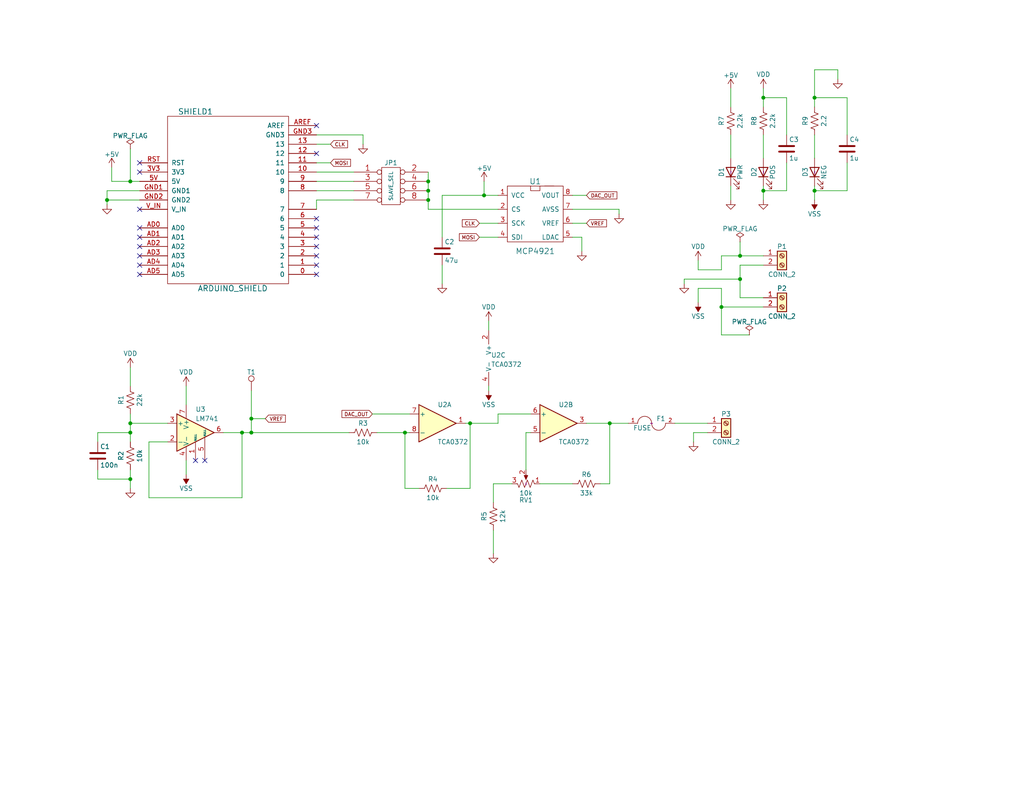
<source format=kicad_sch>
(kicad_sch (version 20211123) (generator eeschema)
  (paper "USLetter")
  (title_block (title "Power DAC Shield") (date "23 jul 2014") (company "Visgence Inc."))
  (lib_symbols
    (symbol "Amplifier_Operational:L272M" (pin_names (offset 0.127))
      (property "Reference" "U" (at 0 5.08 0))
      (property "Value" "L272M" (at 0 -5.08 0))
      (symbol "L272M_1_1"
        (polyline (pts (xy -5.08 5.08) (xy 5.08 0) (xy -5.08 -5.08) (xy -5.08 5.08)) (stroke (width 0.254)) (fill (type background)))
        (pin output line (at 7.62 0 180) (length 2.54) (name "~") (number "1"))
        (pin input line (at -7.62 2.54 0) (length 2.54) (name "+") (number "7"))
        (pin input line (at -7.62 -2.54 0) (length 2.54) (name "-") (number "8"))
      )
      (symbol "L272M_2_1"
        (polyline (pts (xy -5.08 5.08) (xy 5.08 0) (xy -5.08 -5.08) (xy -5.08 5.08)) (stroke (width 0.254)) (fill (type background)))
        (pin output line (at 7.62 0 180) (length 2.54) (name "~") (number "3"))
        (pin input line (at -7.62 -2.54 0) (length 2.54) (name "-") (number "5"))
        (pin input line (at -7.62 2.54 0) (length 2.54) (name "+") (number "6"))
      )
      (symbol "L272M_3_1"
        (pin power_in line (at -2.54 7.62 270) (length 3.81) (name "V+") (number "2"))
        (pin power_in line (at -2.54 -7.62 90) (length 3.81) (name "V-") (number "4"))
      )
    )
    (symbol "Amplifier_Operational:LM741" (pin_names (offset 0.127))
      (property "Reference" "U" (at 0 6.35 0))
      (property "Value" "LM741" (at 0 3.81 0))
      (symbol "LM741_0_1"
        (polyline (pts (xy -5.08 5.08) (xy 5.08 0) (xy -5.08 -5.08) (xy -5.08 5.08)) (stroke (width 0.254)) (fill (type background)))
      )
      (symbol "LM741_1_1"
        (pin input line (at 0 -7.62 90) (length 5.08) (name "NULL") (number "1"))
        (pin input line (at -7.62 -2.54 0) (length 2.54) (name "-") (number "2"))
        (pin input line (at -7.62 2.54 0) (length 2.54) (name "+") (number "3"))
        (pin power_in line (at -2.54 -7.62 90) (length 3.81) (name "V-") (number "4"))
        (pin input line (at 2.54 -7.62 90) (length 6.35) (name "NULL") (number "5"))
        (pin output line (at 7.62 0 180) (length 2.54) (name "~") (number "6"))
        (pin power_in line (at -2.54 7.62 270) (length 3.81) (name "V+") (number "7"))
        (pin no_connect line (at 0 2.54 270) (length 2.54) hide (name "NC") (number "8"))
      )
    )
    (symbol "Connector:Screw_Terminal_01x02" (pin_names (offset 1.016) hide)
      (property "Reference" "J" (at 0 2.54 0))
      (property "Value" "Screw_Terminal_01x02" (at 0 -5.08 0))
      (symbol "Screw_Terminal_01x02_1_1"
        (rectangle (start -1.27 1.27) (end 1.27 -3.81) (stroke (width 0.254)) (fill (type background)))
        (circle (center 0 -2.54) (radius 0.635) (stroke (width 0.1524)))
        (polyline (pts (xy -0.5334 -2.2098) (xy 0.3302 -3.048)) (stroke (width 0.1524)))
        (polyline (pts (xy -0.5334 0.3302) (xy 0.3302 -0.508)) (stroke (width 0.1524)))
        (polyline (pts (xy -0.3556 -2.032) (xy 0.508 -2.8702)) (stroke (width 0.1524)))
        (polyline (pts (xy -0.3556 0.508) (xy 0.508 -0.3302)) (stroke (width 0.1524)))
        (circle (center 0 0) (radius 0.635) (stroke (width 0.1524)))
        (pin passive line (at -5.08 0 0) (length 3.81) (name "Pin_1") (number "1"))
        (pin passive line (at -5.08 -2.54 0) (length 3.81) (name "Pin_2") (number "2"))
      )
    )
    (symbol "Connector:TestPoint" (pin_numbers hide) (pin_names (offset 0.762) hide)
      (property "Reference" "TP" (at 0 6.858 0))
      (property "Value" "TestPoint" (at 0 5.08 0))
      (symbol "TestPoint_0_1"
        (circle (center 0 3.302) (radius 0.762))
      )
      (symbol "TestPoint_1_1"
        (pin passive line (at 0 0 90) (length 2.54) (name "1") (number "1"))
      )
    )
    (symbol "Device:C" (pin_numbers hide) (pin_names (offset 0.254))
      (property "Reference" "C" (at 0.635 2.54 0))
      (property "Value" "C" (at 0.635 -2.54 0))
      (symbol "C_0_1"
        (polyline (pts (xy -2.032 -0.762) (xy 2.032 -0.762)) (stroke (width 0.508)))
        (polyline (pts (xy -2.032 0.762) (xy 2.032 0.762)) (stroke (width 0.508)))
      )
      (symbol "C_1_1"
        (pin passive line (at 0 3.81 270) (length 2.794) (name "~") (number "1"))
        (pin passive line (at 0 -3.81 90) (length 2.794) (name "~") (number "2"))
      )
    )
    (symbol "Device:LED" (pin_numbers hide) (pin_names (offset 1.016) hide)
      (property "Reference" "D" (at 0 2.54 0))
      (property "Value" "LED" (at 0 -2.54 0))
      (symbol "LED_0_1"
        (polyline (pts (xy -1.27 -1.27) (xy -1.27 1.27)) (stroke (width 0.254)))
        (polyline (pts (xy -1.27 0) (xy 1.27 0)))
        (polyline (pts (xy 1.27 -1.27) (xy 1.27 1.27) (xy -1.27 0) (xy 1.27 -1.27)) (stroke (width 0.254)))
        (polyline (pts (xy -3.048 -0.762) (xy -4.572 -2.286) (xy -3.81 -2.286) (xy -4.572 -2.286) (xy -4.572 -1.524)))
        (polyline (pts (xy -1.778 -0.762) (xy -3.302 -2.286) (xy -2.54 -2.286) (xy -3.302 -2.286) (xy -3.302 -1.524)))
      )
      (symbol "LED_1_1"
        (pin passive line (at -3.81 0 0) (length 2.54) (name "K") (number "1"))
        (pin passive line (at 3.81 0 180) (length 2.54) (name "A") (number "2"))
      )
    )
    (symbol "Device:R_Potentiometer_US" (pin_names (offset 1.016) hide)
      (property "Reference" "RV" (at -4.445 0 90))
      (property "Value" "R_Potentiometer_US" (at -2.54 0 90))
      (symbol "R_Potentiometer_US_0_1"
        (polyline (pts (xy 0 -2.286) (xy 0 -2.54)))
        (polyline (pts (xy 0 2.54) (xy 0 2.286)))
        (polyline (pts (xy 2.54 0) (xy 1.524 0)))
        (polyline (pts (xy 1.143 0) (xy 2.286 0.508) (xy 2.286 -0.508) (xy 1.143 0)) (fill (type outline)))
        (polyline (pts (xy 0 -0.762) (xy 1.016 -1.143) (xy 0 -1.524) (xy -1.016 -1.905) (xy 0 -2.286)))
        (polyline (pts (xy 0 0.762) (xy 1.016 0.381) (xy 0 0) (xy -1.016 -0.381) (xy 0 -0.762)))
        (polyline (pts (xy 0 2.286) (xy 1.016 1.905) (xy 0 1.524) (xy -1.016 1.143) (xy 0 0.762)))
      )
      (symbol "R_Potentiometer_US_1_1"
        (pin passive line (at 0 3.81 270) (length 1.27) (name "1") (number "1"))
        (pin passive line (at 3.81 0 180) (length 1.27) (name "2") (number "2"))
        (pin passive line (at 0 -3.81 90) (length 1.27) (name "3") (number "3"))
      )
    )
    (symbol "Device:R_US" (pin_numbers hide) (pin_names (offset 0))
      (property "Reference" "R" (at 2.54 0 90))
      (property "Value" "R_US" (at -2.54 0 90))
      (symbol "R_US_0_1"
        (polyline (pts (xy 0 -2.286) (xy 0 -2.54)))
        (polyline (pts (xy 0 2.286) (xy 0 2.54)))
        (polyline (pts (xy 0 -0.762) (xy 1.016 -1.143) (xy 0 -1.524) (xy -1.016 -1.905) (xy 0 -2.286)))
        (polyline (pts (xy 0 0.762) (xy 1.016 0.381) (xy 0 0) (xy -1.016 -0.381) (xy 0 -0.762)))
        (polyline (pts (xy 0 2.286) (xy 1.016 1.905) (xy 0 1.524) (xy -1.016 1.143) (xy 0 0.762)))
      )
      (symbol "R_US_1_1"
        (pin passive line (at 0 3.81 270) (length 1.27) (name "~") (number "1"))
        (pin passive line (at 0 -3.81 90) (length 1.27) (name "~") (number "2"))
      )
    )
    (symbol "custom-symbols:ARDUINO_SHIELD" (pin_names (offset 1.016))
      (property "Reference" "SHIELD" (at -8.89 24.13 0))
      (property "Value" "ARDUINO_SHIELD" (at 1.27 -24.13 0))
      (symbol "ARDUINO_SHIELD_0_1"
        (rectangle (start -16.51 -22.86) (end 16.51 22.86))
      )
      (symbol "ARDUINO_SHIELD_1_1"
        (pin bidirectional line (at 24.13 -20.32 180) (length 7.62) (name "0") (number "0"))
        (pin bidirectional line (at 24.13 -17.78 180) (length 7.62) (name "1") (number "1"))
        (pin bidirectional line (at 24.13 7.62 180) (length 7.62) (name "10") (number "10"))
        (pin bidirectional line (at 24.13 10.16 180) (length 7.62) (name "11") (number "11"))
        (pin bidirectional line (at 24.13 12.7 180) (length 7.62) (name "12") (number "12"))
        (pin bidirectional line (at 24.13 15.24 180) (length 7.62) (name "13") (number "13"))
        (pin bidirectional line (at 24.13 -15.24 180) (length 7.62) (name "2") (number "2"))
        (pin bidirectional line (at 24.13 -12.7 180) (length 7.62) (name "3") (number "3"))
        (pin power_in line (at -24.13 7.62 0) (length 7.62) (name "3V3") (number "3V3"))
        (pin bidirectional line (at 24.13 -10.16 180) (length 7.62) (name "4") (number "4"))
        (pin bidirectional line (at 24.13 -7.62 180) (length 7.62) (name "5") (number "5"))
        (pin power_in line (at -24.13 5.08 0) (length 7.62) (name "5V") (number "5V"))
        (pin bidirectional line (at 24.13 -5.08 180) (length 7.62) (name "6") (number "6"))
        (pin bidirectional line (at 24.13 -2.54 180) (length 7.62) (name "7") (number "7"))
        (pin bidirectional line (at 24.13 2.54 180) (length 7.62) (name "8") (number "8"))
        (pin bidirectional line (at 24.13 5.08 180) (length 7.62) (name "9") (number "9"))
        (pin bidirectional line (at -24.13 -7.62 0) (length 7.62) (name "AD0") (number "AD0"))
        (pin bidirectional line (at -24.13 -10.16 0) (length 7.62) (name "AD1") (number "AD1"))
        (pin bidirectional line (at -24.13 -12.7 0) (length 7.62) (name "AD2") (number "AD2"))
        (pin bidirectional line (at -24.13 -15.24 0) (length 7.62) (name "AD3") (number "AD3"))
        (pin bidirectional line (at -24.13 -17.78 0) (length 7.62) (name "AD4") (number "AD4"))
        (pin bidirectional line (at -24.13 -20.32 0) (length 7.62) (name "AD5") (number "AD5"))
        (pin power_in line (at 24.13 20.32 180) (length 7.62) (name "AREF") (number "AREF"))
        (pin power_in line (at -24.13 2.54 0) (length 7.62) (name "GND1") (number "GND1"))
        (pin power_in line (at -24.13 0 0) (length 7.62) (name "GND2") (number "GND2"))
        (pin power_in line (at 24.13 17.78 180) (length 7.62) (name "GND3") (number "GND3"))
        (pin input line (at -24.13 10.16 0) (length 7.62) (name "RST") (number "RST"))
        (pin power_in line (at -24.13 -2.54 0) (length 7.62) (name "V_IN") (number "V_IN"))
      )
    )
    (symbol "custom-symbols:CONN_4X2" (pin_names (offset 1.016) hide)
      (property "Reference" "P" (at 0 6.35 0))
      (property "Value" "CONN_4X2" (at 0 0 90))
      (symbol "CONN_4X2_0_1"
        (rectangle (start -2.54 5.08) (end 2.54 -5.08))
      )
      (symbol "CONN_4X2_1_1"
        (pin passive inverted (at -10.16 3.81 0) (length 7.62) (name "1") (number "1"))
        (pin passive inverted (at 10.16 3.81 180) (length 7.62) (name "2") (number "2"))
        (pin passive inverted (at -10.16 1.27 0) (length 7.62) (name "3") (number "3"))
        (pin passive inverted (at 10.16 1.27 180) (length 7.62) (name "4") (number "4"))
        (pin passive inverted (at -10.16 -1.27 0) (length 7.62) (name "5") (number "5"))
        (pin passive inverted (at 10.16 -1.27 180) (length 7.62) (name "6") (number "6"))
        (pin passive inverted (at -10.16 -3.81 0) (length 7.62) (name "7") (number "7"))
        (pin passive inverted (at 10.16 -3.81 180) (length 7.62) (name "8") (number "8"))
      )
    )
    (symbol "custom-symbols:FUSE" (pin_names (offset 0.254))
      (property "Reference" "F" (at 2.54 1.27 0))
      (property "Value" "FUSE" (at -2.54 -1.27 0))
      (symbol "FUSE_0_1"
        (arc (start 0 0) (mid -1.905 1.905) (end -3.81 0))
        (arc (start 0 0) (mid 1.905 -1.905) (end 3.81 0))
      )
      (symbol "FUSE_1_1"
        (pin input line (at -6.35 0 0) (length 2.54) (name "~") (number "1"))
        (pin input line (at 6.35 0 180) (length 2.54) (name "~") (number "2"))
      )
    )
    (symbol "custom-symbols:MCP4921" (pin_names (offset 1.016))
      (property "Reference" "U" (at 0 8.89 0))
      (property "Value" "MCP4921" (at 0 -10.16 0))
      (symbol "MCP4921_0_1"
        (rectangle (start -7.62 7.62) (end 7.62 -7.62))
        (polyline (pts (xy 1.27 7.62) (xy 1.27 7.62)))
        (polyline (pts (xy 5.08 7.62) (xy 2.54 7.62) (xy 2.54 7.62) (xy 2.54 7.62)))
        (polyline (pts (xy 1.27 7.62) (xy 1.27 6.35) (xy -1.27 6.35) (xy -1.27 7.62) (xy -1.27 7.62)))
      )
      (symbol "MCP4921_1_1"
        (pin passive line (at -10.16 5.08 0) (length 2.54) (name "VCC") (number "1"))
        (pin passive line (at -10.16 1.27 0) (length 2.54) (name "CS") (number "2"))
        (pin passive line (at -10.16 -2.54 0) (length 2.54) (name "SCK") (number "3"))
        (pin passive line (at -10.16 -6.35 0) (length 2.54) (name "SDI") (number "4"))
        (pin input line (at 10.16 -6.35 180) (length 2.54) (name "LDAC") (number "5"))
        (pin input line (at 10.16 -2.54 180) (length 2.54) (name "VREF") (number "6"))
        (pin power_out line (at 10.16 1.27 180) (length 2.54) (name "AVSS") (number "7"))
        (pin passive line (at 10.16 5.08 180) (length 2.54) (name "VOUT") (number "8"))
      )
    )
    (symbol "power:+5V" (power) (pin_names (offset 0))
      (property "Value" "+5V" (at 0 3.556 0))
      (symbol "+5V_0_1"
        (polyline (pts (xy -0.762 1.27) (xy 0 2.54)))
        (polyline (pts (xy 0 0) (xy 0 2.54)))
        (polyline (pts (xy 0 2.54) (xy 0.762 1.27)))
      )
      (symbol "+5V_1_1"
        (pin power_in line (at 0 0 90) (length 0) hide (name "+5V") (number "1"))
      )
    )
    (symbol "power:GND" (power) (pin_names (offset 0))
      (property "Value" "GND" (at 0 -3.81 0))
      (symbol "GND_0_1"
        (polyline (pts (xy 0 0) (xy 0 -1.27) (xy 1.27 -1.27) (xy 0 -2.54) (xy -1.27 -1.27) (xy 0 -1.27)))
      )
      (symbol "GND_1_1"
        (pin power_in line (at 0 0 270) (length 0) hide (name "GND") (number "1"))
      )
    )
    (symbol "power:PWR_FLAG" (power) (pin_numbers hide) (pin_names (offset 0) hide)
      (property "Value" "PWR_FLAG" (at 0 3.81 0))
      (symbol "PWR_FLAG_0_0"
        (pin power_out line (at 0 0 90) (length 0) (name "pwr") (number "1"))
      )
      (symbol "PWR_FLAG_0_1"
        (polyline (pts (xy 0 0) (xy 0 1.27) (xy -1.016 1.905) (xy 0 2.54) (xy 1.016 1.905) (xy 0 1.27)))
      )
    )
    (symbol "power:VDD" (power) (pin_names (offset 0))
      (property "Value" "VDD" (at 0 3.81 0))
      (symbol "VDD_0_1"
        (polyline (pts (xy -0.762 1.27) (xy 0 2.54)))
        (polyline (pts (xy 0 0) (xy 0 2.54)))
        (polyline (pts (xy 0 2.54) (xy 0.762 1.27)))
      )
      (symbol "VDD_1_1"
        (pin power_in line (at 0 0 90) (length 0) hide (name "VDD") (number "1"))
      )
    )
    (symbol "power:VSS" (power) (pin_names (offset 0))
      (property "Value" "VSS" (at 0 3.81 0))
      (symbol "VSS_0_1"
        (polyline (pts (xy 0 0) (xy 0 2.54)))
        (polyline (pts (xy 0.762 1.27) (xy -0.762 1.27) (xy 0 2.54) (xy 0.762 1.27)) (fill (type outline)))
      )
      (symbol "VSS_1_1"
        (pin power_in line (at 0 0 90) (length 0) hide (name "VSS") (number "1"))
      )
    )
  )
  (junction (at 68.58 114.3))
  (junction (at 68.58 118.11))
  (junction (at 116.84 49.53))
  (junction (at 116.84 54.61))
  (junction (at 208.28 26.67))
  (junction (at 201.93 69.85))
  (junction (at 35.56 130.81))
  (junction (at 35.56 118.11))
  (junction (at 35.56 49.53))
  (junction (at 29.21 54.61))
  (junction (at 128.27 115.57))
  (junction (at 222.25 52.07))
  (junction (at 196.85 83.82))
  (junction (at 66.04 118.11))
  (junction (at 35.56 115.57))
  (junction (at 166.37 115.57))
  (junction (at 222.25 26.67))
  (junction (at 201.93 76.2))
  (junction (at 132.08 53.34))
  (junction (at 110.49 118.11))
  (junction (at 208.28 52.07))
  (junction (at 116.84 52.07))
  (no_connect (at 86.36 34.29))
  (no_connect (at 38.1 69.85))
  (no_connect (at 38.1 46.99))
  (no_connect (at 38.1 44.45))
  (no_connect (at 86.36 72.39))
  (no_connect (at 38.1 57.15))
  (no_connect (at 38.1 74.93))
  (no_connect (at 38.1 72.39))
  (no_connect (at 86.36 69.85))
  (no_connect (at 86.36 64.77))
  (no_connect (at 38.1 62.23))
  (no_connect (at 86.36 67.31))
  (no_connect (at 86.36 41.91))
  (no_connect (at 55.88 125.73))
  (no_connect (at 53.34 125.73))
  (no_connect (at 86.36 62.23))
  (no_connect (at 86.36 74.93))
  (no_connect (at 38.1 64.77))
  (no_connect (at 38.1 67.31))
  (no_connect (at 86.36 59.69))
  (wire (pts (xy 121.92 133.35) (xy 128.27 133.35)))
  (wire (pts (xy 68.58 118.11) (xy 66.04 118.11)))
  (wire (pts (xy 199.39 24.13) (xy 199.39 29.21)))
  (wire (pts (xy 222.25 19.05) (xy 222.25 26.67)))
  (wire (pts (xy 160.02 53.34) (xy 156.21 53.34)))
  (wire (pts (xy 86.36 49.53) (xy 96.52 49.53)))
  (wire (pts (xy 166.37 132.08) (xy 166.37 115.57)))
  (wire (pts (xy 35.56 128.27) (xy 35.56 130.81)))
  (wire (pts (xy 35.56 40.64) (xy 35.56 49.53)))
  (wire (pts (xy 30.48 49.53) (xy 35.56 49.53)))
  (wire (pts (xy 86.36 52.07) (xy 96.52 52.07)))
  (wire (pts (xy 116.84 46.99) (xy 116.84 49.53)))
  (wire (pts (xy 222.25 50.8) (xy 222.25 52.07)))
  (wire (pts (xy 38.1 54.61) (xy 29.21 54.61)))
  (wire (pts (xy 35.56 49.53) (xy 38.1 49.53)))
  (wire (pts (xy 190.5 82.55) (xy 190.5 78.74)))
  (wire (pts (xy 147.32 132.08) (xy 156.21 132.08)))
  (wire (pts (xy 231.14 26.67) (xy 231.14 36.83)))
  (wire (pts (xy 35.56 118.11) (xy 35.56 115.57)))
  (wire (pts (xy 222.25 19.05) (xy 228.6 19.05)))
  (wire (pts (xy 110.49 118.11) (xy 110.49 133.35)))
  (wire (pts (xy 30.48 49.53) (xy 30.48 45.72)))
  (wire (pts (xy 156.21 57.15) (xy 168.91 57.15)))
  (wire (pts (xy 199.39 36.83) (xy 199.39 43.18)))
  (wire (pts (xy 110.49 118.11) (xy 111.76 118.11)))
  (wire (pts (xy 222.25 26.67) (xy 222.25 29.21)))
  (wire (pts (xy 120.65 72.39) (xy 120.65 77.47)))
  (wire (pts (xy 116.84 49.53) (xy 116.84 52.07)))
  (wire (pts (xy 201.93 76.2) (xy 201.93 81.28)))
  (wire (pts (xy 133.35 90.17) (xy 133.35 87.63)))
  (wire (pts (xy 208.28 36.83) (xy 208.28 43.18)))
  (wire (pts (xy 29.21 55.88) (xy 29.21 54.61)))
  (wire (pts (xy 35.56 113.03) (xy 35.56 115.57)))
  (wire (pts (xy 116.84 52.07) (xy 116.84 54.61)))
  (wire (pts (xy 102.87 118.11) (xy 110.49 118.11)))
  (wire (pts (xy 228.6 19.05) (xy 228.6 21.59)))
  (wire (pts (xy 201.93 81.28) (xy 208.28 81.28)))
  (wire (pts (xy 208.28 50.8) (xy 208.28 52.07)))
  (wire (pts (xy 201.93 66.04) (xy 201.93 69.85)))
  (wire (pts (xy 163.83 132.08) (xy 166.37 132.08)))
  (wire (pts (xy 189.23 118.11) (xy 193.04 118.11)))
  (wire (pts (xy 29.21 54.61) (xy 29.21 52.07)))
  (wire (pts (xy 35.56 130.81) (xy 35.56 133.35)))
  (wire (pts (xy 214.63 52.07) (xy 208.28 52.07)))
  (wire (pts (xy 196.85 73.66) (xy 190.5 73.66)))
  (wire (pts (xy 135.89 113.03) (xy 144.78 113.03)))
  (wire (pts (xy 186.69 76.2) (xy 201.93 76.2)))
  (wire (pts (xy 201.93 76.2) (xy 201.93 72.39)))
  (wire (pts (xy 222.25 26.67) (xy 231.14 26.67)))
  (wire (pts (xy 110.49 133.35) (xy 114.3 133.35)))
  (wire (pts (xy 132.08 53.34) (xy 132.08 49.53)))
  (wire (pts (xy 35.56 115.57) (xy 45.72 115.57)))
  (wire (pts (xy 160.02 115.57) (xy 166.37 115.57)))
  (wire (pts (xy 135.89 60.96) (xy 130.81 60.96)))
  (wire (pts (xy 86.36 46.99) (xy 96.52 46.99)))
  (wire (pts (xy 130.81 64.77) (xy 135.89 64.77)))
  (wire (pts (xy 208.28 26.67) (xy 208.28 29.21)))
  (wire (pts (xy 184.15 115.57) (xy 193.04 115.57)))
  (wire (pts (xy 127 115.57) (xy 128.27 115.57)))
  (wire (pts (xy 66.04 135.89) (xy 40.64 135.89)))
  (wire (pts (xy 156.21 64.77) (xy 158.75 64.77)))
  (wire (pts (xy 120.65 53.34) (xy 120.65 64.77)))
  (wire (pts (xy 26.67 128.27) (xy 26.67 130.81)))
  (wire (pts (xy 26.67 118.11) (xy 26.67 120.65)))
  (wire (pts (xy 132.08 53.34) (xy 135.89 53.34)))
  (wire (pts (xy 168.91 57.15) (xy 168.91 58.42)))
  (wire (pts (xy 196.85 78.74) (xy 196.85 83.82)))
  (wire (pts (xy 72.39 114.3) (xy 68.58 114.3)))
  (wire (pts (xy 66.04 118.11) (xy 66.04 135.89)))
  (wire (pts (xy 201.93 72.39) (xy 208.28 72.39)))
  (wire (pts (xy 116.84 57.15) (xy 135.89 57.15)))
  (wire (pts (xy 99.06 36.83) (xy 99.06 39.37)))
  (wire (pts (xy 186.69 77.47) (xy 186.69 76.2)))
  (wire (pts (xy 171.45 115.57) (xy 166.37 115.57)))
  (wire (pts (xy 135.89 115.57) (xy 135.89 113.03)))
  (wire (pts (xy 222.25 52.07) (xy 231.14 52.07)))
  (wire (pts (xy 40.64 120.65) (xy 45.72 120.65)))
  (wire (pts (xy 134.62 132.08) (xy 139.7 132.08)))
  (wire (pts (xy 214.63 44.45) (xy 214.63 52.07)))
  (wire (pts (xy 90.17 39.37) (xy 86.36 39.37)))
  (wire (pts (xy 231.14 44.45) (xy 231.14 52.07)))
  (wire (pts (xy 196.85 83.82) (xy 208.28 83.82)))
  (wire (pts (xy 40.64 120.65) (xy 40.64 135.89)))
  (wire (pts (xy 196.85 91.44) (xy 196.85 83.82)))
  (wire (pts (xy 35.56 100.33) (xy 35.56 105.41)))
  (wire (pts (xy 50.8 125.73) (xy 50.8 129.54)))
  (wire (pts (xy 35.56 118.11) (xy 35.56 120.65)))
  (wire (pts (xy 86.36 36.83) (xy 99.06 36.83)))
  (wire (pts (xy 128.27 115.57) (xy 135.89 115.57)))
  (wire (pts (xy 29.21 52.07) (xy 38.1 52.07)))
  (wire (pts (xy 222.25 36.83) (xy 222.25 43.18)))
  (wire (pts (xy 60.96 118.11) (xy 66.04 118.11)))
  (wire (pts (xy 90.17 44.45) (xy 86.36 44.45)))
  (wire (pts (xy 204.47 91.44) (xy 196.85 91.44)))
  (wire (pts (xy 68.58 114.3) (xy 68.58 118.11)))
  (wire (pts (xy 133.35 105.41) (xy 133.35 106.68)))
  (wire (pts (xy 201.93 69.85) (xy 208.28 69.85)))
  (wire (pts (xy 86.36 54.61) (xy 96.52 54.61)))
  (wire (pts (xy 189.23 120.65) (xy 189.23 118.11)))
  (wire (pts (xy 143.51 128.27) (xy 143.51 118.11)))
  (wire (pts (xy 190.5 73.66) (xy 190.5 71.12)))
  (wire (pts (xy 208.28 52.07) (xy 208.28 54.61)))
  (wire (pts (xy 86.36 57.15) (xy 86.36 54.61)))
  (wire (pts (xy 222.25 52.07) (xy 222.25 54.61)))
  (wire (pts (xy 196.85 69.85) (xy 201.93 69.85)))
  (wire (pts (xy 134.62 144.78) (xy 134.62 151.13)))
  (wire (pts (xy 134.62 132.08) (xy 134.62 137.16)))
  (wire (pts (xy 26.67 130.81) (xy 35.56 130.81)))
  (wire (pts (xy 68.58 106.68) (xy 68.58 114.3)))
  (wire (pts (xy 208.28 26.67) (xy 214.63 26.67)))
  (wire (pts (xy 26.67 118.11) (xy 35.56 118.11)))
  (wire (pts (xy 158.75 64.77) (xy 158.75 68.58)))
  (wire (pts (xy 50.8 105.41) (xy 50.8 110.49)))
  (wire (pts (xy 120.65 53.34) (xy 132.08 53.34)))
  (wire (pts (xy 68.58 118.11) (xy 95.25 118.11)))
  (wire (pts (xy 143.51 118.11) (xy 144.78 118.11)))
  (wire (pts (xy 199.39 50.8) (xy 199.39 54.61)))
  (wire (pts (xy 101.6 113.03) (xy 111.76 113.03)))
  (wire (pts (xy 208.28 24.13) (xy 208.28 26.67)))
  (wire (pts (xy 196.85 78.74) (xy 190.5 78.74)))
  (wire (pts (xy 116.84 54.61) (xy 116.84 57.15)))
  (wire (pts (xy 128.27 115.57) (xy 128.27 133.35)))
  (wire (pts (xy 160.02 60.96) (xy 156.21 60.96)))
  (wire (pts (xy 214.63 26.67) (xy 214.63 36.83)))
  (wire (pts (xy 196.85 73.66) (xy 196.85 69.85)))
  (global_label "VREF" (shape input) (at 160.02 60.96 0) (effects (font (size 0.9906 0.9906))) (property "Intersheet References" "${INTERSHEET_REFS}" (effects hide)))
  (global_label "VREF" (shape input) (at 72.39 114.3 0) (effects (font (size 0.9906 0.9906))) (property "Intersheet References" "${INTERSHEET_REFS}" (effects hide)))
  (global_label "CLK" (shape input) (at 90.17 39.37 0) (effects (font (size 0.9906 0.9906))) (property "Intersheet References" "${INTERSHEET_REFS}" (effects hide)))
  (global_label "MOSI" (shape input) (at 90.17 44.45 0) (effects (font (size 0.9906 0.9906))) (property "Intersheet References" "${INTERSHEET_REFS}" (effects hide)))
  (global_label "DAC_OUT" (shape input) (at 160.02 53.34 0) (effects (font (size 0.9906 0.9906))) (property "Intersheet References" "${INTERSHEET_REFS}" (effects hide)))
  (global_label "MOSI" (shape input) (at 130.81 64.77 180) (effects (font (size 0.9906 0.9906))) (property "Intersheet References" "${INTERSHEET_REFS}" (effects hide)))
  (global_label "DAC_OUT" (shape input) (at 101.6 113.03 180) (effects (font (size 0.9906 0.9906))) (property "Intersheet References" "${INTERSHEET_REFS}" (effects hide)))
  (global_label "CLK" (shape input) (at 130.81 60.96 180) (effects (font (size 0.9906 0.9906))) (property "Intersheet References" "${INTERSHEET_REFS}" (effects hide)))
  (symbol (lib_id "custom-symbols:ARDUINO_SHIELD") (at 62.23 54.61 0) (unit 1)
    (property "Reference" "SHIELD1" (at 53.34 30.48 0) (effects (font (size 1.524 1.524))))
    (property "Value" "ARDUINO_SHIELD" (at 63.5 78.74 0) (effects (font (size 1.524 1.524))))
    (property "Footprint" "custom-footprints:ARDUINO_SHIELD_2_040pins" (effects hide))
  )
  (symbol (lib_id "custom-symbols:CONN_4X2") (at 106.68 50.8 0) (unit 1)
    (property "Reference" "JP1" (at 106.68 44.45 0))
    (property "Value" "SLAVE_SEL" (at 106.68 50.8 90) (effects (font (size 1.016 1.016))))
    (property "Footprint" "custom-footprints:pin_array_4x2" (effects hide))
  )
  (symbol (lib_id "power:+5V") (at 30.48 45.72 0) (unit 1)
    (property "Reference" "#PWR01" (effects hide))
    (property "Value" "+5V" (at 30.48 42.164 0))
  )
  (symbol (lib_id "power:+5V") (at 132.08 49.53 0) (unit 1)
    (property "Reference" "#PWR02" (effects hide))
    (property "Value" "+5V" (at 132.08 45.974 0))
  )
  (symbol (lib_id "power:GND") (at 99.06 39.37 0) (unit 1)
    (property "Reference" "#PWR0105" (effects hide))
    (property "Value" "GND" (effects hide))
  )
  (symbol (lib_id "power:GND") (at 29.21 55.88 0) (unit 1)
    (property "Reference" "#PWR0115" (effects hide))
    (property "Value" "GND" (effects hide))
  )
  (symbol (lib_id "power:GND") (at 168.91 58.42 0) (unit 1)
    (property "Reference" "#PWR0108" (effects hide))
    (property "Value" "GND" (effects hide))
  )
  (symbol (lib_id "Amplifier_Operational:L272M") (at 152.4 115.57 0) (unit 2)
    (property "Reference" "U2" (at 152.4 110.49 0) (effects (justify left)))
    (property "Value" "TCA0372" (at 152.4 120.65 0) (effects (justify left)))
    (property "Footprint" "custom-footprints:DIP-8__300_ELL" (effects hide))
    (property "Datasheet" "www.st.com/resource/en/datasheet/l272.pdf" (effects hide))
  )
  (symbol (lib_id "Amplifier_Operational:L272M") (at 119.38 115.57 0) (unit 1)
    (property "Reference" "U2" (at 119.38 110.49 0) (effects (justify left)))
    (property "Value" "TCA0372" (at 119.38 120.65 0) (effects (justify left)))
    (property "Footprint" "custom-footprints:DIP-8__300_ELL" (effects hide))
    (property "Datasheet" "www.st.com/resource/en/datasheet/l272.pdf" (effects hide))
  )
  (symbol (lib_id "Device:R_US") (at 118.11 133.35 90) (unit 1)
    (property "Reference" "R4" (at 118.11 130.81 90))
    (property "Value" "10k" (at 118.11 135.89 90))
    (property "Footprint" "Resistor_SMD:R_0603_1608Metric" (effects hide))
  )
  (symbol (lib_id "Device:R_Potentiometer_US") (at 143.51 132.08 270) (mirror x) (unit 1)
    (property "Reference" "RV1" (at 143.51 136.525 90))
    (property "Value" "10k" (at 143.51 134.62 90))
    (property "Footprint" "custom-footprints:Var_resistor" (effects hide))
    (property "Datasheet" "~" (at 143.51 132.08 0))
  )
  (symbol (lib_id "power:VSS") (at 133.35 106.68 180) (unit 1)
    (property "Reference" "#PWR0111" (effects hide))
    (property "Value" "VSS" (at 133.35 110.49 0))
  )
  (symbol (lib_id "power:VDD") (at 133.35 87.63 0) (unit 1)
    (property "Reference" "#PWR0112" (effects hide))
    (property "Value" "VDD" (at 133.35 83.82 0))
  )
  (symbol (lib_id "Device:R_US") (at 160.02 132.08 90) (unit 1)
    (property "Reference" "R6" (at 160.02 129.54 90))
    (property "Value" "33k" (at 160.02 134.62 90))
    (property "Footprint" "Resistor_SMD:R_0603_1608Metric" (effects hide))
  )
  (symbol (lib_id "Device:R_US") (at 134.62 140.97 180) (unit 1)
    (property "Reference" "R5" (at 132.08 140.97 90))
    (property "Value" "12k" (at 137.16 140.97 90))
    (property "Footprint" "Resistor_SMD:R_0603_1608Metric" (effects hide))
  )
  (symbol (lib_id "power:GND") (at 134.62 151.13 0) (unit 1)
    (property "Reference" "#PWR0109" (effects hide))
    (property "Value" "GND" (effects hide))
  )
  (symbol (lib_id "Device:R_US") (at 99.06 118.11 90) (unit 1)
    (property "Reference" "R3" (at 99.06 115.57 90))
    (property "Value" "10k" (at 99.06 120.65 90))
    (property "Footprint" "Resistor_SMD:R_0603_1608Metric" (effects hide))
  )
  (symbol (lib_id "Amplifier_Operational:LM741") (at 53.34 118.11 0) (unit 1)
    (property "Reference" "U3" (at 53.34 111.76 0) (effects (justify left)))
    (property "Value" "LM741" (at 53.34 114.3 0) (effects (justify left)))
    (property "Footprint" "custom-footprints:DIP-8__300_ELL" (effects hide))
  )
  (symbol (lib_id "power:VSS") (at 50.8 129.54 180) (unit 1)
    (property "Reference" "#PWR0104" (effects hide))
    (property "Value" "VSS" (at 50.8 133.35 0))
  )
  (symbol (lib_id "power:VDD") (at 50.8 105.41 0) (unit 1)
    (property "Reference" "#PWR0114" (effects hide))
    (property "Value" "VDD" (at 50.8 101.6 0))
  )
  (symbol (lib_id "Device:R_US") (at 35.56 109.22 180) (unit 1)
    (property "Reference" "R1" (at 33.02 109.22 90))
    (property "Value" "22k" (at 38.1 109.22 90))
    (property "Footprint" "Resistor_SMD:R_0603_1608Metric" (effects hide))
  )
  (symbol (lib_id "power:VDD") (at 35.56 100.33 0) (unit 1)
    (property "Reference" "#PWR0113" (effects hide))
    (property "Value" "VDD" (at 35.56 96.52 0))
  )
  (symbol (lib_id "Device:R_US") (at 35.56 124.46 180) (unit 1)
    (property "Reference" "R2" (at 33.02 124.46 90))
    (property "Value" "10k" (at 38.1 124.46 90))
    (property "Footprint" "Resistor_SMD:R_0603_1608Metric" (effects hide))
  )
  (symbol (lib_id "power:GND") (at 35.56 133.35 0) (unit 1)
    (property "Reference" "#PWR0103" (effects hide))
    (property "Value" "GND" (effects hide))
  )
  (symbol (lib_id "power:VDD") (at 190.5 71.12 0) (unit 1)
    (property "Reference" "#PWR0118" (effects hide))
    (property "Value" "VDD" (at 190.5 67.31 0))
  )
  (symbol (lib_id "power:VSS") (at 190.5 82.55 180) (unit 1)
    (property "Reference" "#PWR0120" (effects hide))
    (property "Value" "VSS" (at 190.5 86.36 0))
  )
  (symbol (lib_id "power:GND") (at 186.69 77.47 0) (unit 1)
    (property "Reference" "#PWR0121" (effects hide))
    (property "Value" "GND" (effects hide))
  )
  (symbol (lib_id "power:GND") (at 189.23 120.65 0) (unit 1)
    (property "Reference" "#PWR0110" (effects hide))
    (property "Value" "GND" (effects hide))
  )
  (symbol (lib_id "Device:C") (at 26.67 124.46 0) (unit 1)
    (property "Reference" "C1" (at 27.305 121.92 0) (effects (justify left)))
    (property "Value" "100n" (at 27.305 127 0) (effects (justify left)))
    (property "Footprint" "custom-footprints:SM1206_VIS" (effects hide))
  )
  (symbol (lib_id "Device:C") (at 120.65 68.58 0) (unit 1)
    (property "Reference" "C2" (at 121.285 66.04 0) (effects (justify left)))
    (property "Value" "47u" (at 121.285 71.12 0) (effects (justify left)))
    (property "Footprint" "custom-footprints:SM1206POL_VIS" (effects hide))
  )
  (symbol (lib_id "power:GND") (at 120.65 77.47 0) (unit 1)
    (property "Reference" "#PWR0106" (effects hide))
    (property "Value" "GND" (effects hide))
  )
  (symbol (lib_id "power:+5V") (at 199.39 24.13 0) (unit 1)
    (property "Reference" "#PWR020" (effects hide))
    (property "Value" "+5V" (at 199.39 20.574 0))
  )
  (symbol (lib_id "Device:LED") (at 199.39 46.99 90) (unit 1)
    (property "Reference" "D1" (at 196.85 46.99 0))
    (property "Value" "PWR" (at 201.93 46.99 0))
    (property "Footprint" "LED_SMD:LED_0603_1608Metric" (effects hide))
    (property "Datasheet" "~" (at 199.39 46.99 0))
  )
  (symbol (lib_id "power:GND") (at 199.39 54.61 0) (unit 1)
    (property "Reference" "#PWR0117" (effects hide))
    (property "Value" "GND" (effects hide))
  )
  (symbol (lib_id "Device:R_US") (at 199.39 33.02 180) (unit 1)
    (property "Reference" "R7" (at 196.85 33.02 90))
    (property "Value" "2.2k" (at 201.93 33.02 90))
    (property "Footprint" "Resistor_SMD:R_0603_1608Metric" (effects hide))
  )
  (symbol (lib_id "power:VDD") (at 208.28 24.13 0) (unit 1)
    (property "Reference" "#PWR0101" (effects hide))
    (property "Value" "VDD" (at 208.28 20.32 0))
  )
  (symbol (lib_id "Device:R_US") (at 208.28 33.02 180) (unit 1)
    (property "Reference" "R8" (at 205.74 33.02 90))
    (property "Value" "2.2k" (at 210.82 33.02 90))
    (property "Footprint" "Resistor_SMD:R_0603_1608Metric" (effects hide))
  )
  (symbol (lib_id "Device:LED") (at 208.28 46.99 90) (unit 1)
    (property "Reference" "D2" (at 205.74 46.99 0))
    (property "Value" "POS" (at 210.82 46.99 0))
    (property "Footprint" "LED_SMD:LED_0603_1608Metric" (effects hide))
    (property "Datasheet" "~" (at 208.28 46.99 0))
  )
  (symbol (lib_id "power:GND") (at 208.28 54.61 0) (unit 1)
    (property "Reference" "#PWR0116" (effects hide))
    (property "Value" "GND" (effects hide))
  )
  (symbol (lib_id "power:GND") (at 228.6 21.59 0) (unit 1)
    (property "Reference" "#PWR0102" (effects hide))
    (property "Value" "GND" (effects hide))
  )
  (symbol (lib_id "Device:R_US") (at 222.25 33.02 180) (unit 1)
    (property "Reference" "R9" (at 219.71 33.02 90))
    (property "Value" "2.2" (at 224.79 33.02 90))
    (property "Footprint" "Resistor_SMD:R_0603_1608Metric" (effects hide))
  )
  (symbol (lib_id "Device:LED") (at 222.25 46.99 90) (unit 1)
    (property "Reference" "D3" (at 219.71 46.99 0))
    (property "Value" "NEG" (at 224.79 46.99 0))
    (property "Footprint" "LED_SMD:LED_0603_1608Metric" (effects hide))
    (property "Datasheet" "~" (at 222.25 46.99 0))
  )
  (symbol (lib_id "power:VSS") (at 222.25 54.61 180) (unit 1)
    (property "Reference" "#PWR0119" (effects hide))
    (property "Value" "VSS" (at 222.25 58.42 0))
  )
  (symbol (lib_id "Device:C") (at 231.14 40.64 0) (unit 1)
    (property "Reference" "C4" (at 231.775 38.1 0) (effects (justify left)))
    (property "Value" "1u" (at 231.775 43.18 0) (effects (justify left)))
    (property "Footprint" "custom-footprints:SM1206_VIS" (effects hide))
  )
  (symbol (lib_id "Device:C") (at 214.63 40.64 0) (unit 1)
    (property "Reference" "C3" (at 215.265 38.1 0) (effects (justify left)))
    (property "Value" "1u" (at 215.265 43.18 0) (effects (justify left)))
    (property "Footprint" "custom-footprints:SM1206_VIS" (effects hide))
  )
  (symbol (lib_id "power:GND") (at 158.75 68.58 0) (unit 1)
    (property "Reference" "#PWR0107" (effects hide))
    (property "Value" "GND" (effects hide))
  )
  (symbol (lib_id "Connector:Screw_Terminal_01x02") (at 213.36 69.85 0) (unit 1)
    (property "Reference" "P1" (at 213.36 67.31 0))
    (property "Value" "CONN_2" (at 213.36 74.93 0))
    (property "Footprint" "custom-footprints:bornier2" (effects hide))
  )
  (symbol (lib_id "Connector:Screw_Terminal_01x02") (at 213.36 81.28 0) (unit 1)
    (property "Reference" "P2" (at 213.36 78.74 0))
    (property "Value" "CONN_2" (at 213.36 86.36 0))
    (property "Footprint" "custom-footprints:bornier2" (effects hide))
  )
  (symbol (lib_id "Connector:Screw_Terminal_01x02") (at 198.12 115.57 0) (unit 1)
    (property "Reference" "P3" (at 198.12 113.03 0))
    (property "Value" "CONN_2" (at 198.12 120.65 0))
    (property "Footprint" "custom-footprints:bornier2" (effects hide))
  )
  (symbol (lib_id "Connector:TestPoint") (at 68.58 106.68 0) (unit 1)
    (property "Reference" "T1" (at 68.58 101.6 0))
    (property "Value" "VrefTest" (effects hide))
    (property "Footprint" "custom-footprints:PINTST" (effects hide))
  )
  (symbol (lib_id "custom-symbols:MCP4921") (at 146.05 58.42 0) (unit 1)
    (property "Reference" "U1" (at 146.05 49.53 0) (effects (font (size 1.524 1.524))))
    (property "Value" "MCP4921" (at 146.05 68.58 0) (effects (font (size 1.524 1.524))))
    (property "Footprint" "custom-footprints:DIP-8__300_ELL" (effects hide))
  )
  (symbol (lib_id "custom-symbols:FUSE") (at 177.8 115.57 0) (unit 1)
    (property "Reference" "F1" (at 180.34 114.3 0))
    (property "Value" "FUSE" (at 175.26 116.84 0))
    (property "Footprint" "custom-footprints:SM1210L" (effects hide))
    (property "Datasheet" "~" (at 177.8 115.57 0))
  )
  (symbol (lib_id "Amplifier_Operational:L272M") (at 135.89 97.79 0) (unit 3)
    (property "Reference" "U2" (at 133.985 96.9553 0) (effects (justify left)))
    (property "Value" "TCA0372" (at 133.985 99.4922 0) (effects (justify left)))
    (property "Footprint" "custom-footprints:DIP-8__300_ELL" (effects hide))
    (property "Datasheet" "www.st.com/resource/en/datasheet/l272.pdf" (effects hide))
  )
  (symbol (lib_id "power:PWR_FLAG") (at 204.47 91.44 0) (unit 1)
    (property "Reference" "#FLG02" (effects hide))
    (property "Value" "PWR_FLAG" (at 204.47 87.8642 0))
  )
  (symbol (lib_id "power:PWR_FLAG") (at 35.56 40.64 0) (unit 1)
    (property "Reference" "#FLG03" (effects hide))
    (property "Value" "PWR_FLAG" (at 35.56 37.0642 0))
  )
  (symbol (lib_id "power:PWR_FLAG") (at 201.93 66.04 0) (unit 1)
    (property "Reference" "#FLG01" (effects hide))
    (property "Value" "PWR_FLAG" (at 201.93 62.4642 0))
  )
)
</source>
